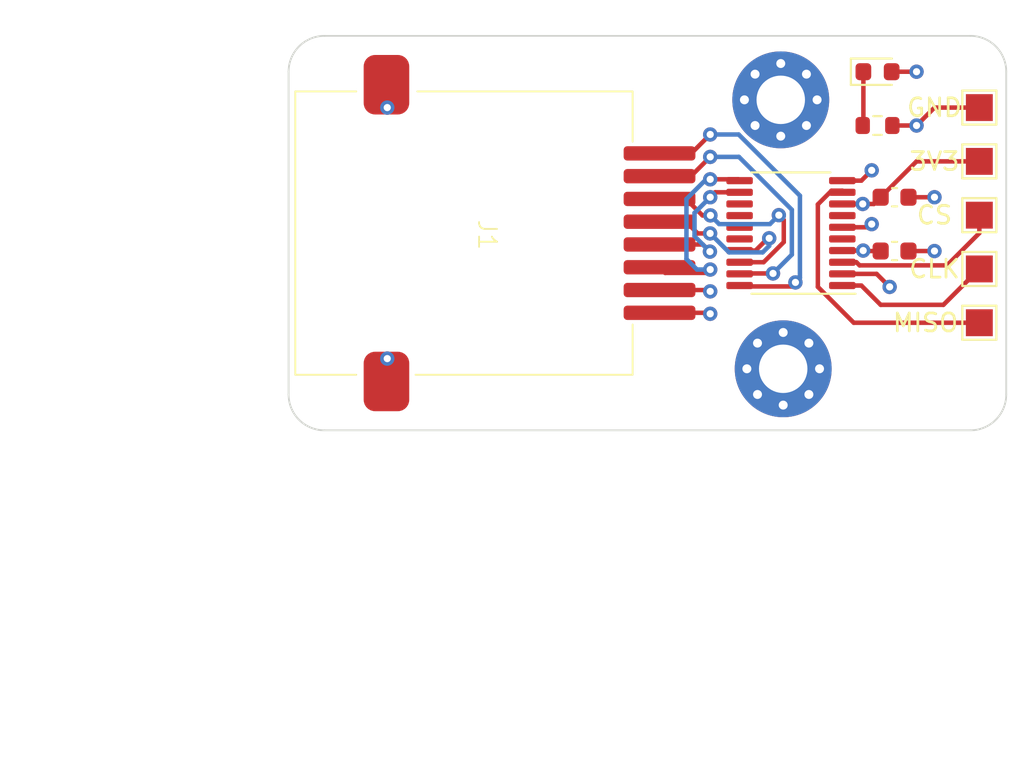
<source format=kicad_pcb>
(kicad_pcb (version 20221018) (generator pcbnew)
  (layers (0 "F.Cu" signal) (1 "In1.Cu" signal) (2 "In2.Cu" signal) (31 "B.Cu" signal) (34 "B.Paste" user) (35 "F.Paste" user) (36 "B.SilkS" user "B.Silkscreen") (37 "F.SilkS" user "F.Silkscreen") (38 "B.Mask" user) (39 "F.Mask" user) (44 "Edge.Cuts" user))
  (net 0 "")
  (net 1 "+3V3")
  (net 2 "GND")
  (net 3 "Net-(D2-K)")
  (net 4 "Net-(U1-1Y)")
  (net 5 "Net-(U1-1Z)")
  (net 6 "Net-(U1-2Y)")
  (net 7 "Net-(U1-2Z)")
  (net 8 "Net-(U1-5A)")
  (net 9 "Net-(U1-5B)")
  (net 16 "Net-(CLK1-Pin_1)")
  (net 17 "Net-(CS1-Pin_1)")
  (net 18 "Net-(MISO1-Pin_1)")
  (footprint "Resistor_SMD:R_0603_1608Metric" (layer "F.Cu") (at 83.825 59)
    (fp_text reference "R2" hide)
    (fp_text value "120R" hide)
    (fp_line (start -0.237258 -0.5225) (end 0.237258 -0.5225) (stroke (width 0.12)) (layer "F.SilkS"))
    (fp_line (start -0.237258 0.5225) (end 0.237258 0.5225) (stroke (width 0.12)) (layer "F.SilkS"))
    (pad "1" smd roundrect (at -0.825 0) (size 0.8 0.95) (layers "F.Cu" "F.Paste" "F.Mask") (net 3 "Net-(D2-K)"))
    (pad "2" smd roundrect (at 0.825 0) (size 0.8 0.95) (layers "F.Cu" "F.Paste" "F.Mask") (net 2 "GND"))
  )
  (footprint "Capacitor_SMD:C_0603_1608Metric" (layer "F.Cu") (at 84.775 66)
    (fp_text reference "C5" hide)
    (fp_text value "100nF" hide)
    (fp_line (start -0.14058 -0.51) (end 0.14058 -0.51) (stroke (width 0.12)) (layer "F.SilkS"))
    (fp_line (start -0.14058 0.51) (end 0.14058 0.51) (stroke (width 0.12)) (layer "F.SilkS"))
    (pad "1" smd roundrect (at -0.775 0) (size 0.9 0.95) (layers "F.Cu" "F.Paste" "F.Mask") (net 1 "+3V3"))
    (pad "2" smd roundrect (at 0.775 0) (size 0.9 0.95) (layers "F.Cu" "F.Paste" "F.Mask") (net 2 "GND"))
  )
  (footprint "Package_SO:TSSOP-20_4.4x6.5mm_P0.65mm" (layer "F.Cu") (at 79 65 180)
    (fp_text reference "U1" hide)
    (fp_text value "SN65LVDT41")
    (fp_line (start 0 -3.385) (end -3.6 -3.385) (stroke (width 0.12)) (layer "F.SilkS"))
    (fp_line (start 0 -3.385) (end 2.2 -3.385) (stroke (width 0.12)) (layer "F.SilkS"))
    (fp_line (start 0 3.385) (end -2.2 3.385) (stroke (width 0.12)) (layer "F.SilkS"))
    (fp_line (start 0 3.385) (end 2.2 3.385) (stroke (width 0.12)) (layer "F.SilkS"))
    (pad "1" smd roundrect (at -2.8625 -2.925 180) (size 1.475 0.4) (layers "F.Cu" "F.Paste" "F.Mask") (net 16 "Net-(CLK1-Pin_1)"))
    (pad "2" smd roundrect (at -2.8625 -2.275 180) (size 1.475 0.4) (layers "F.Cu" "F.Paste" "F.Mask") (net 2 "GND"))
    (pad "3" smd roundrect (at -2.8625 -1.625 180) (size 1.475 0.4) (layers "F.Cu" "F.Paste" "F.Mask") (net 17 "Net-(CS1-Pin_1)"))
    (pad "4" smd roundrect (at -2.8625 -0.975 180) (size 1.475 0.4) (layers "F.Cu" "F.Paste" "F.Mask") (net 1 "+3V3"))
    (pad "5" smd roundrect (at -2.8625 -0.325 180) (size 1.475 0.4) (layers "F.Cu" "F.Paste" "F.Mask"))
    (pad "6" smd roundrect (at -2.8625 0.325 180) (size 1.475 0.4) (layers "F.Cu" "F.Paste" "F.Mask") (net 2 "GND"))
    (pad "7" smd roundrect (at -2.8625 0.975 180) (size 1.475 0.4) (layers "F.Cu" "F.Paste" "F.Mask"))
    (pad "8" smd roundrect (at -2.8625 1.625 180) (size 1.475 0.4) (layers "F.Cu" "F.Paste" "F.Mask") (net 1 "+3V3"))
    (pad "9" smd roundrect (at -2.8625 2.275 180) (size 1.475 0.4) (layers "F.Cu" "F.Paste" "F.Mask") (net 18 "Net-(MISO1-Pin_1)"))
    (pad "10" smd roundrect (at -2.8625 2.925 180) (size 1.475 0.4) (layers "F.Cu" "F.Paste" "F.Mask") (net 2 "GND"))
    (pad "11" smd roundrect (at 2.8625 2.925 180) (size 1.475 0.4) (layers "F.Cu" "F.Paste" "F.Mask") (net 9 "Net-(U1-5B)"))
    (pad "12" smd roundrect (at 2.8625 2.275 180) (size 1.475 0.4) (layers "F.Cu" "F.Paste" "F.Mask") (net 8 "Net-(U1-5A)"))
    (pad "13" smd roundrect (at 2.8625 1.625 180) (size 1.475 0.4) (layers "F.Cu" "F.Paste" "F.Mask"))
    (pad "14" smd roundrect (at 2.8625 0.975 180) (size 1.475 0.4) (layers "F.Cu" "F.Paste" "F.Mask"))
    (pad "15" smd roundrect (at 2.8625 0.325 180) (size 1.475 0.4) (layers "F.Cu" "F.Paste" "F.Mask"))
    (pad "16" smd roundrect (at 2.8625 -0.325 180) (size 1.475 0.4) (layers "F.Cu" "F.Paste" "F.Mask"))
    (pad "17" smd roundrect (at 2.8625 -0.975 180) (size 1.475 0.4) (layers "F.Cu" "F.Paste" "F.Mask") (net 7 "Net-(U1-2Z)"))
    (pad "18" smd roundrect (at 2.8625 -1.625 180) (size 1.475 0.4) (layers "F.Cu" "F.Paste" "F.Mask") (net 6 "Net-(U1-2Y)"))
    (pad "19" smd roundrect (at 2.8625 -2.275 180) (size 1.475 0.4) (layers "F.Cu" "F.Paste" "F.Mask") (net 5 "Net-(U1-1Z)"))
    (pad "20" smd roundrect (at 2.8625 -2.925 180) (size 1.475 0.4) (layers "F.Cu" "F.Paste" "F.Mask") (net 4 "Net-(U1-1Y)"))
  )
  (footprint "TestPoint:TestPoint_Pad_1.5x1.5mm" (layer "F.Cu") (at 89.5 67 -90)
    (fp_text reference "CLK" (at 0 2.5 180) (layer "F.SilkS"))
    (fp_text value "CLK" hide)
    (fp_line (start -0.95 -0.95) (end 0.95 -0.95) (stroke (width 0.12)) (layer "F.SilkS"))
    (fp_line (start -0.95 0.95) (end -0.95 -0.95) (stroke (width 0.12)) (layer "F.SilkS"))
    (fp_line (start 0.95 -0.95) (end 0.95 0.95) (stroke (width 0.12)) (layer "F.SilkS"))
    (fp_line (start 0.95 0.95) (end -0.95 0.95) (stroke (width 0.12)) (layer "F.SilkS"))
    (pad "1" smd rect (at 0 0 270) (size 1.5 1.5) (layers "F.Cu" "F.Mask") (net 16 "Net-(CLK1-Pin_1)"))
  )
  (footprint "WeidmullerRJ45:Weidmuller 1433890000" (layer "F.Cu") (at 60.775 65 -90)
    (fp_text reference "J1" (at 0.1 -1.3 -90 unlocked) (layer "F.SilkS") (effects (font (thickness 0.1))))
    (fp_text value "RJ45_Shielded")
    (fp_line (start -7.9 -9.4) (end -7.9 2.6) (stroke (width 0.1)) (layer "F.SilkS"))
    (fp_line (start -7.9 -9.4) (end -5.1 -9.4) (stroke (width 0.1)) (layer "F.SilkS"))
    (fp_line (start -7.9 6) (end -7.9 9.4) (stroke (width 0.1)) (layer "F.SilkS"))
    (fp_line (start -7.9 9.4) (end 7.9 9.4) (stroke (width 0.1)) (layer "F.SilkS"))
    (fp_line (start 7.9 -9.4) (end 5.1 -9.4) (stroke (width 0.1)) (layer "F.SilkS"))
    (fp_line (start 7.9 -9.4) (end 7.9 2.7) (stroke (width 0.1)) (layer "F.SilkS"))
    (fp_line (start 7.9 9.4) (end 7.9 6) (stroke (width 0.1)) (layer "F.SilkS"))
    (pad "1" smd roundrect (at -4.445 -10.9 270) (size 0.8 4) (layers "F.Cu" "F.Paste" "F.Mask") (net 4 "Net-(U1-1Y)"))
    (pad "2" smd roundrect (at -3.175 -10.9 270) (size 0.8 4) (layers "F.Cu" "F.Paste" "F.Mask") (net 5 "Net-(U1-1Z)"))
    (pad "3" smd roundrect (at -1.905 -10.9 270) (size 0.8 4) (layers "F.Cu" "F.Paste" "F.Mask") (net 6 "Net-(U1-2Y)"))
    (pad "4" smd roundrect (at -0.635 -10.9 270) (size 0.8 4) (layers "F.Cu" "F.Paste" "F.Mask") (net 7 "Net-(U1-2Z)"))
    (pad "5" smd roundrect (at 0.635 -10.9 270) (size 0.8 4) (layers "F.Cu" "F.Paste" "F.Mask") (net 8 "Net-(U1-5A)"))
    (pad "6" smd roundrect (at 1.905 -10.9 270) (size 0.8 4) (layers "F.Cu" "F.Paste" "F.Mask") (net 9 "Net-(U1-5B)"))
    (pad "7" smd roundrect (at 3.175 -10.9 270) (size 0.8 4) (layers "F.Cu" "F.Paste" "F.Mask") (net 1 "+3V3"))
    (pad "8" smd roundrect (at 4.445 -10.9 270) (size 0.8 4) (layers "F.Cu" "F.Paste" "F.Mask") (net 2 "GND"))
    (pad "SH" smd roundrect (at -8.275 4.32 270) (size 3.32 2.54) (layers "F.Cu" "F.Paste" "F.Mask") (net 2 "GND"))
    (pad "SH" smd roundrect (at 8.275 4.32 270) (size 3.32 2.54) (layers "F.Cu" "F.Paste" "F.Mask") (net 2 "GND"))
  )
  (footprint "TestPoint:TestPoint_Pad_1.5x1.5mm" (layer "F.Cu") (at 89.5 64 -90)
    (fp_text reference "CS" (at 0 2.5 180) (layer "F.SilkS"))
    (fp_text value "CS" hide)
    (fp_line (start -0.95 -0.95) (end 0.95 -0.95) (stroke (width 0.12)) (layer "F.SilkS"))
    (fp_line (start -0.95 0.95) (end -0.95 -0.95) (stroke (width 0.12)) (layer "F.SilkS"))
    (fp_line (start 0.95 -0.95) (end 0.95 0.95) (stroke (width 0.12)) (layer "F.SilkS"))
    (fp_line (start 0.95 0.95) (end -0.95 0.95) (stroke (width 0.12)) (layer "F.SilkS"))
    (pad "1" smd rect (at 0 0 270) (size 1.5 1.5) (layers "F.Cu" "F.Mask") (net 17 "Net-(CS1-Pin_1)"))
  )
  (footprint "TestPoint:TestPoint_Pad_1.5x1.5mm" (layer "F.Cu") (at 89.5 70 -90)
    (fp_text reference "MISO" (at 0 3 180) (layer "F.SilkS"))
    (fp_text value "MISO" hide)
    (fp_line (start -0.95 -0.95) (end 0.95 -0.95) (stroke (width 0.12)) (layer "F.SilkS"))
    (fp_line (start -0.95 0.95) (end -0.95 -0.95) (stroke (width 0.12)) (layer "F.SilkS"))
    (fp_line (start 0.95 -0.95) (end 0.95 0.95) (stroke (width 0.12)) (layer "F.SilkS"))
    (fp_line (start 0.95 0.95) (end -0.95 0.95) (stroke (width 0.12)) (layer "F.SilkS"))
    (pad "1" smd rect (at 0 0 270) (size 1.5 1.5) (layers "F.Cu" "F.Mask") (net 18 "Net-(MISO1-Pin_1)"))
  )
  (footprint "TestPoint:TestPoint_Pad_1.5x1.5mm" (layer "F.Cu") (at 89.5 61 -90)
    (fp_text reference "3V3" (at 0 2.5) (layer "F.SilkS"))
    (fp_text value "3V3" hide)
    (fp_line (start -0.95 -0.95) (end 0.95 -0.95) (stroke (width 0.12)) (layer "F.SilkS"))
    (fp_line (start -0.95 0.95) (end -0.95 -0.95) (stroke (width 0.12)) (layer "F.SilkS"))
    (fp_line (start 0.95 -0.95) (end 0.95 0.95) (stroke (width 0.12)) (layer "F.SilkS"))
    (fp_line (start 0.95 0.95) (end -0.95 0.95) (stroke (width 0.12)) (layer "F.SilkS"))
    (pad "1" smd rect (at 0 0 270) (size 1.5 1.5) (layers "F.Cu" "F.Mask") (net 1 "+3V3"))
  )
  (footprint "TestPoint:TestPoint_Pad_1.5x1.5mm" (layer "F.Cu") (at 89.5 58 -90)
    (fp_text reference "GND" (at 0 2.5 180) (layer "F.SilkS"))
    (fp_text value "GND" hide)
    (fp_line (start -0.95 -0.95) (end 0.95 -0.95) (stroke (width 0.12)) (layer "F.SilkS"))
    (fp_line (start -0.95 0.95) (end -0.95 -0.95) (stroke (width 0.12)) (layer "F.SilkS"))
    (fp_line (start 0.95 -0.95) (end 0.95 0.95) (stroke (width 0.12)) (layer "F.SilkS"))
    (fp_line (start 0.95 0.95) (end -0.95 0.95) (stroke (width 0.12)) (layer "F.SilkS"))
    (pad "1" smd rect (at 0 0 270) (size 1.5 1.5) (layers "F.Cu" "F.Mask") (net 2 "GND"))
  )
  (footprint "Capacitor_SMD:C_0603_1608Metric" (layer "F.Cu") (at 84.775 63)
    (fp_text reference "C4" hide)
    (fp_text value "100nF" hide)
    (fp_line (start -0.14058 -0.51) (end 0.14058 -0.51) (stroke (width 0.12)) (layer "F.SilkS"))
    (fp_line (start -0.14058 0.51) (end 0.14058 0.51) (stroke (width 0.12)) (layer "F.SilkS"))
    (pad "1" smd roundrect (at -0.775 0) (size 0.9 0.95) (layers "F.Cu" "F.Paste" "F.Mask") (net 1 "+3V3"))
    (pad "2" smd roundrect (at 0.775 0) (size 0.9 0.95) (layers "F.Cu" "F.Paste" "F.Mask") (net 2 "GND"))
  )
  (footprint "MountingHole:MountingHole_2.7mm_M2.5_Pad_Via" (layer "F.Cu") (at 78.568109 72.568109 -90)
    (fp_text reference "H2" hide)
    (fp_text value "M2.5")
    (pad "1" thru_hole circle (at -2.025 0 270) (size 0.8 0.8) (drill 0.5) (layers "*.Cu" "*.Mask") (net 2 "GND"))
    (pad "1" thru_hole circle (at -1.431891 -1.431891 270) (size 0.8 0.8) (drill 0.5) (layers "*.Cu" "*.Mask") (net 2 "GND"))
    (pad "1" thru_hole circle (at -1.431891 1.431891 270) (size 0.8 0.8) (drill 0.5) (layers "*.Cu" "*.Mask") (net 2 "GND"))
    (pad "1" thru_hole circle (at 0 -2.025 270) (size 0.8 0.8) (drill 0.5) (layers "*.Cu" "*.Mask") (net 2 "GND"))
    (pad "1" thru_hole circle (at 0 0 270) (size 5.4 5.4) (drill 2.7) (layers "*.Cu" "*.Mask") (net 2 "GND"))
    (pad "1" thru_hole circle (at 0 2.025 270) (size 0.8 0.8) (drill 0.5) (layers "*.Cu" "*.Mask") (net 2 "GND"))
    (pad "1" thru_hole circle (at 1.431891 -1.431891 270) (size 0.8 0.8) (drill 0.5) (layers "*.Cu" "*.Mask") (net 2 "GND"))
    (pad "1" thru_hole circle (at 1.431891 1.431891 270) (size 0.8 0.8) (drill 0.5) (layers "*.Cu" "*.Mask") (net 2 "GND"))
    (pad "1" thru_hole circle (at 2.025 0 270) (size 0.8 0.8) (drill 0.5) (layers "*.Cu" "*.Mask") (net 2 "GND"))
  )
  (footprint "LED_SMD:LED_0603_1608Metric" (layer "F.Cu") (at 83.825 56)
    (fp_text reference "D2" hide)
    (fp_text value "LED" hide)
    (fp_line (start -1.485 -0.735) (end -1.485 0.735) (stroke (width 0.12)) (layer "F.SilkS"))
    (fp_line (start -1.485 0.735) (end 0.8 0.735) (stroke (width 0.12)) (layer "F.SilkS"))
    (fp_line (start 0.8 -0.735) (end -1.485 -0.735) (stroke (width 0.12)) (layer "F.SilkS"))
    (pad "1" smd roundrect (at -0.7875 0) (size 0.875 0.95) (layers "F.Cu" "F.Paste" "F.Mask") (net 3 "Net-(D2-K)"))
    (pad "2" smd roundrect (at 0.7875 0) (size 0.875 0.95) (layers "F.Cu" "F.Paste" "F.Mask") (net 1 "+3V3"))
  )
  (footprint "MountingHole:MountingHole_2.7mm_M2.5_Pad_Via" (layer "F.Cu") (at 78.431891 57.568109 -90)
    (fp_text reference "H1" hide)
    (fp_text value "M2.5")
    (pad "1" thru_hole circle (at -2.025 0 270) (size 0.8 0.8) (drill 0.5) (layers "*.Cu" "*.Mask") (net 2 "GND"))
    (pad "1" thru_hole circle (at -1.431891 -1.431891 270) (size 0.8 0.8) (drill 0.5) (layers "*.Cu" "*.Mask") (net 2 "GND"))
    (pad "1" thru_hole circle (at -1.431891 1.431891 270) (size 0.8 0.8) (drill 0.5) (layers "*.Cu" "*.Mask") (net 2 "GND"))
    (pad "1" thru_hole circle (at 0 -2.025 270) (size 0.8 0.8) (drill 0.5) (layers "*.Cu" "*.Mask") (net 2 "GND"))
    (pad "1" thru_hole circle (at 0 0 270) (size 5.4 5.4) (drill 2.7) (layers "*.Cu" "*.Mask") (net 2 "GND"))
    (pad "1" thru_hole circle (at 0 2.025 270) (size 0.8 0.8) (drill 0.5) (layers "*.Cu" "*.Mask") (net 2 "GND"))
    (pad "1" thru_hole circle (at 1.431891 -1.431891 270) (size 0.8 0.8) (drill 0.5) (layers "*.Cu" "*.Mask") (net 2 "GND"))
    (pad "1" thru_hole circle (at 1.431891 1.431891 270) (size 0.8 0.8) (drill 0.5) (layers "*.Cu" "*.Mask") (net 2 "GND"))
    (pad "1" thru_hole circle (at 2.025 0 270) (size 0.8 0.8) (drill 0.5) (layers "*.Cu" "*.Mask") (net 2 "GND"))
  )
  (gr_arc (start 89 54) (mid 90.414214 54.585786) (end 91 56) (stroke (width 0.1)) (layer "Edge.Cuts"))
  (gr_arc (start 53 76) (mid 51.585786 75.414214) (end 51 74) (stroke (width 0.1)) (layer "Edge.Cuts"))
  (gr_line (start 53 54) (end 89 54) (stroke (width 0.1)) (layer "Edge.Cuts"))
  (gr_arc (start 90.999999 73.999999) (mid 90.414213 75.414213) (end 88.999999 75.999999) (stroke (width 0.1)) (layer "Edge.Cuts"))
  (gr_line (start 91 56) (end 90.999999 73.999999) (stroke (width 0.1)) (layer "Edge.Cuts"))
  (gr_arc (start 51 56) (mid 51.585786 54.585786) (end 53 54) (stroke (width 0.1)) (layer "Edge.Cuts"))
  (gr_line (start 89 76) (end 53 76) (stroke (width 0.1)) (layer "Edge.Cuts"))
  (gr_line (start 51 74) (end 51 56) (stroke (width 0.1)) (layer "Edge.Cuts"))
  (segment (start 84.6125 56) (end 86 56) (width 0.25) (layer "F.Cu") (net 1))
  (segment (start 86 61) (end 84 63) (width 0.25) (layer "F.Cu") (net 1))
  (segment (start 74.5 68.25) (end 74.425 68.175) (width 0.25) (layer "F.Cu") (net 1))
  (segment (start 83.025 65.975) (end 81.8625 65.975) (width 0.25) (layer "F.Cu") (net 1))
  (segment (start 83.05 66) (end 83.025 65.975) (width 0.25) (layer "F.Cu") (net 1))
  (segment (start 89.5 61) (end 86 61) (width 0.25) (layer "F.Cu") (net 1))
  (segment (start 74.425 68.175) (end 72.175 68.175) (width 0.25) (layer "F.Cu") (net 1))
  (segment (start 83.625 63.375) (end 81.8625 63.375) (width 0.25) (layer "F.Cu") (net 1))
  (segment (start 84 63) (end 83.625 63.375) (width 0.25) (layer "F.Cu") (net 1))
  (segment (start 84 66) (end 83.05 66) (width 0.25) (layer "F.Cu") (net 1))
  (via (at 83.025 65.975) (size 0.8) (drill 0.4) (layers "F.Cu" "B.Cu") (net 1))
  (via (at 83 63.375) (size 0.8) (drill 0.4) (layers "F.Cu" "B.Cu") (net 1))
  (via (at 86 56) (size 0.8) (drill 0.4) (layers "F.Cu" "B.Cu") (net 1))
  (via (at 74.5 68.25) (size 0.8) (drill 0.4) (layers "F.Cu" "B.Cu") (net 1))
  (segment (start 74.5 69.5) (end 74.474695 69.5) (width 0.25) (layer "F.Cu") (net 2))
  (segment (start 85.55 66) (end 87 66) (width 0.25) (layer "F.Cu") (net 2))
  (segment (start 83.775 67.275) (end 84.5 68) (width 0.25) (layer "F.Cu") (net 2))
  (segment (start 89.5 58) (end 87 58) (width 0.25) (layer "F.Cu") (net 2))
  (segment (start 83.325 64.675) (end 83.5 64.5) (width 0.25) (layer "F.Cu") (net 2))
  (segment (start 81.8625 67.275) (end 83.775 67.275) (width 0.25) (layer "F.Cu") (net 2))
  (segment (start 81.8625 64.675) (end 83.325 64.675) (width 0.25) (layer "F.Cu") (net 2))
  (segment (start 87 58) (end 86 59) (width 0.25) (layer "F.Cu") (net 2))
  (segment (start 74.419695 69.445) (end 72.175 69.445) (width 0.25) (layer "F.Cu") (net 2))
  (segment (start 84.65 59) (end 86 59) (width 0.25) (layer "F.Cu") (net 2))
  (segment (start 85.55 63) (end 87 63) (width 0.25) (layer "F.Cu") (net 2))
  (segment (start 81.8625 62.075) (end 82.925 62.075) (width 0.25) (layer "F.Cu") (net 2))
  (segment (start 82.925 62.075) (end 83.5 61.5) (width 0.25) (layer "F.Cu") (net 2))
  (segment (start 74.474695 69.5) (end 74.419695 69.445) (width 0.25) (layer "F.Cu") (net 2))
  (via (at 87 63) (size 0.8) (drill 0.4) (layers "F.Cu" "B.Cu") (net 2))
  (via (at 56.5 72) (size 0.8) (drill 0.4) (layers "F.Cu" "B.Cu") (net 2))
  (via (at 83.5 64.5) (size 0.8) (drill 0.4) (layers "F.Cu" "B.Cu") (net 2))
  (via (at 84.5 68) (size 0.8) (drill 0.4) (layers "F.Cu" "B.Cu") (net 2))
  (via (at 86 59) (size 0.8) (drill 0.4) (layers "F.Cu" "B.Cu") (net 2))
  (via (at 87 66) (size 0.8) (drill 0.4) (layers "F.Cu" "B.Cu") (net 2))
  (via (at 83.5 61.5) (size 0.8) (drill 0.4) (layers "F.Cu" "B.Cu") (net 2))
  (via (at 56.5 58) (size 0.8) (drill 0.4) (layers "F.Cu" "B.Cu") (net 2))
  (via (at 74.5 69.5) (size 0.8) (drill 0.4) (layers "F.Cu" "B.Cu") (net 2))
  (segment (start 83.0375 56) (end 83.0375 58.9625) (width 0.25) (layer "F.Cu") (net 3))
  (segment (start 83.0375 58.9625) (end 83 59) (width 0.25) (layer "F.Cu") (net 3))
  (segment (start 79.025 67.975) (end 76.1875 67.975) (width 0.25) (layer "F.Cu") (net 4))
  (segment (start 76.1875 67.975) (end 76.1375 67.925) (width 0.25) (layer "F.Cu") (net 4))
  (segment (start 71.675 60.555) (end 73.445 60.555) (width 0.25) (layer "F.Cu") (net 4))
  (segment (start 73.445 60.555) (end 74.5 59.5) (width 0.25) (layer "F.Cu") (net 4))
  (segment (start 79.25 67.75) (end 79.025 67.975) (width 0.25) (layer "F.Cu") (net 4))
  (via (at 79.25 67.75) (size 0.8) (drill 0.4) (layers "F.Cu" "B.Cu") (net 4))
  (via (at 74.5 59.5) (size 0.8) (drill 0.4) (layers "F.Cu" "B.Cu") (net 4))
  (segment (start 74.5 59.5) (end 76.085785 59.5) (width 0.25) (layer "B.Cu") (net 4))
  (segment (start 79.5005 67.4995) (end 79.25 67.75) (width 0.25) (layer "B.Cu") (net 4))
  (segment (start 79.5005 62.914715) (end 79.5005 67.4995) (width 0.25) (layer "B.Cu") (net 4))
  (segment (start 76.085785 59.5) (end 79.5005 62.914715) (width 0.25) (layer "B.Cu") (net 4))
  (segment (start 76.1625 67.25) (end 76.1375 67.275) (width 0.25) (layer "F.Cu") (net 5))
  (segment (start 78 67.25) (end 76.1625 67.25) (width 0.25) (layer "F.Cu") (net 5))
  (segment (start 71.675 61.825) (end 73.425 61.825) (width 0.25) (layer "F.Cu") (net 5))
  (segment (start 73.425 61.825) (end 74.5 60.75) (width 0.25) (layer "F.Cu") (net 5))
  (via (at 74.5 60.75) (size 0.8) (drill 0.4) (layers "F.Cu" "B.Cu") (net 5))
  (via (at 78 67.25) (size 0.8) (drill 0.4) (layers "F.Cu" "B.Cu") (net 5))
  (segment (start 74.5 60.75) (end 76.100805 60.75) (width 0.25) (layer "B.Cu") (net 5))
  (segment (start 76.100805 60.75) (end 79.0505 63.699695) (width 0.25) (layer "B.Cu") (net 5))
  (segment (start 79.0505 63.699695) (end 79.0505 66.1995) (width 0.25) (layer "B.Cu") (net 5))
  (segment (start 79.0505 66.1995) (end 78 67.25) (width 0.25) (layer "B.Cu") (net 5))
  (segment (start 73.147462 63.095) (end 71.675 63.095) (width 0.25) (layer "F.Cu") (net 6))
  (segment (start 78.6 65.501748) (end 77.476748 66.625) (width 0.25) (layer "F.Cu") (net 6))
  (segment (start 77.476748 66.625) (end 76.1375 66.625) (width 0.25) (layer "F.Cu") (net 6))
  (segment (start 78.3255 64) (end 78.6 64.2745) (width 0.25) (layer "F.Cu") (net 6))
  (segment (start 78.6 64.2745) (end 78.6 65.501748) (width 0.25) (layer "F.Cu") (net 6))
  (segment (start 74.064761 64.012299) (end 73.147462 63.095) (width 0.25) (layer "F.Cu") (net 6))
  (segment (start 74.512299 64.012299) (end 74.064761 64.012299) (width 0.25) (layer "F.Cu") (net 6))
  (via (at 74.512299 64.012299) (size 0.8) (drill 0.4) (layers "F.Cu" "B.Cu") (net 6))
  (via (at 78.3255 64) (size 0.8) (drill 0.4) (layers "F.Cu" "B.Cu") (net 6))
  (segment (start 77.8255 64.5) (end 78.3255 64) (width 0.25) (layer "B.Cu") (net 6))
  (segment (start 75 64.5) (end 77.8255 64.5) (width 0.25) (layer "B.Cu") (net 6))
  (segment (start 74.512299 64.012299) (end 75 64.5) (width 0.25) (layer "B.Cu") (net 6))
  (segment (start 77.025 65.975) (end 76.1375 65.975) (width 0.25) (layer "F.Cu") (net 7))
  (segment (start 77.711779 65.288221) (end 77.025 65.975) (width 0.25) (layer "F.Cu") (net 7))
  (segment (start 73.147462 64.365) (end 71.675 64.365) (width 0.25) (layer "F.Cu") (net 7))
  (segment (start 73.800589 65.018127) (end 73.147462 64.365) (width 0.25) (layer "F.Cu") (net 7))
  (segment (start 74.493595 65.018127) (end 73.800589 65.018127) (width 0.25) (layer "F.Cu") (net 7))
  (segment (start 77.788222 65.288221) (end 77.711779 65.288221) (width 0.25) (layer "F.Cu") (net 7))
  (via (at 77.788222 65.288221) (size 0.8) (drill 0.4) (layers "F.Cu" "B.Cu") (net 7))
  (via (at 74.493595 65.018127) (size 0.8) (drill 0.4) (layers "F.Cu" "B.Cu") (net 7))
  (segment (start 75.55018 66.074712) (end 77.425288 66.074712) (width 0.25) (layer "B.Cu") (net 7))
  (segment (start 74.493595 65.018127) (end 75.55018 66.074712) (width 0.25) (layer "B.Cu") (net 7))
  (segment (start 77.788222 65.711778) (end 77.788222 65.288221) (width 0.25) (layer "B.Cu") (net 7))
  (segment (start 77.425288 66.074712) (end 77.788222 65.711778) (width 0.25) (layer "B.Cu") (net 7))
  (segment (start 74.775 62.725) (end 76.1375 62.725) (width 0.25) (layer "F.Cu") (net 8))
  (segment (start 74.5 63) (end 74.775 62.725) (width 0.25) (layer "F.Cu") (net 8))
  (segment (start 74.08587 65.635) (end 71.675 65.635) (width 0.25) (layer "F.Cu") (net 8))
  (segment (start 74.484297 66.033427) (end 74.08587 65.635) (width 0.25) (layer "F.Cu") (net 8))
  (via (at 74.484297 66.033427) (size 0.8) (drill 0.4) (layers "F.Cu" "B.Cu") (net 8))
  (via (at 74.5 63) (size 0.8) (drill 0.4) (layers "F.Cu" "B.Cu") (net 8))
  (segment (start 74.484297 66.033427) (end 73.6255 65.17463) (width 0.25) (layer "B.Cu") (net 8))
  (segment (start 73.6255 65.17463) (end 73.6255 63.8745) (width 0.25) (layer "B.Cu") (net 8))
  (segment (start 73.6255 63.8745) (end 74.5 63) (width 0.25) (layer "B.Cu") (net 8))
  (segment (start 74.314554 67.218777) (end 71.988777 67.218777) (width 0.25) (layer "F.Cu") (net 9))
  (segment (start 76.0625 62) (end 76.1375 62.075) (width 0.25) (layer "F.Cu") (net 9))
  (segment (start 74.500533 67.032798) (end 74.314554 67.218777) (width 0.25) (layer "F.Cu") (net 9))
  (segment (start 71.988777 67.218777) (end 71.675 66.905) (width 0.25) (layer "F.Cu") (net 9))
  (segment (start 74.5 62) (end 76.0625 62) (width 0.25) (layer "F.Cu") (net 9))
  (via (at 74.5 62) (size 0.8) (drill 0.4) (layers "F.Cu" "B.Cu") (net 9))
  (via (at 74.500533 67.032798) (size 0.8) (drill 0.4) (layers "F.Cu" "B.Cu") (net 9))
  (segment (start 73.1755 63.099) (end 74.2745 62) (width 0.25) (layer "B.Cu") (net 9))
  (segment (start 74.2745 62) (end 74.5 62) (width 0.25) (layer "B.Cu") (net 9))
  (segment (start 73.1755 66.448488) (end 73.1755 63.099) (width 0.25) (layer "B.Cu") (net 9))
  (segment (start 73.75981 67.032798) (end 73.1755 66.448488) (width 0.25) (layer "B.Cu") (net 9))
  (segment (start 74.500533 67.032798) (end 73.75981 67.032798) (width 0.25) (layer "B.Cu") (net 9))
  (segment (start 84 69) (end 82.925 67.925) (width 0.25) (layer "F.Cu") (net 16))
  (segment (start 82.925 67.925) (end 81.8625 67.925) (width 0.25) (layer "F.Cu") (net 16))
  (segment (start 89.5 67) (end 87.5 69) (width 0.25) (layer "F.Cu") (net 16))
  (segment (start 87.5 69) (end 84 69) (width 0.25) (layer "F.Cu") (net 16))
  (segment (start 87.7 66.8) (end 82.824695 66.8) (width 0.25) (layer "F.Cu") (net 17))
  (segment (start 89.5 65) (end 87.7 66.8) (width 0.25) (layer "F.Cu") (net 17))
  (segment (start 82.649695 66.625) (end 81.8625 66.625) (width 0.25) (layer "F.Cu") (net 17))
  (segment (start 89.5 64) (end 89.5 65) (width 0.25) (layer "F.Cu") (net 17))
  (segment (start 82.824695 66.8) (end 82.649695 66.625) (width 0.25) (layer "F.Cu") (net 17))
  (segment (start 81.261459 62.6375) (end 80.5 63.398959) (width 0.25) (layer "F.Cu") (net 18))
  (segment (start 82.5 70) (end 89.5 70) (width 0.25) (layer "F.Cu") (net 18))
  (segment (start 80.5 63.398959) (end 80.5 68) (width 0.25) (layer "F.Cu") (net 18))
  (segment (start 81.8625 62.725) (end 81.8625 62.6375) (width 0.25) (layer "F.Cu") (net 18))
  (segment (start 81.8625 62.6375) (end 81.261459 62.6375) (width 0.25) (layer "F.Cu") (net 18))
  (segment (start 80.5 68) (end 82.5 70) (width 0.25) (layer "F.Cu") (net 18))
)
</source>
